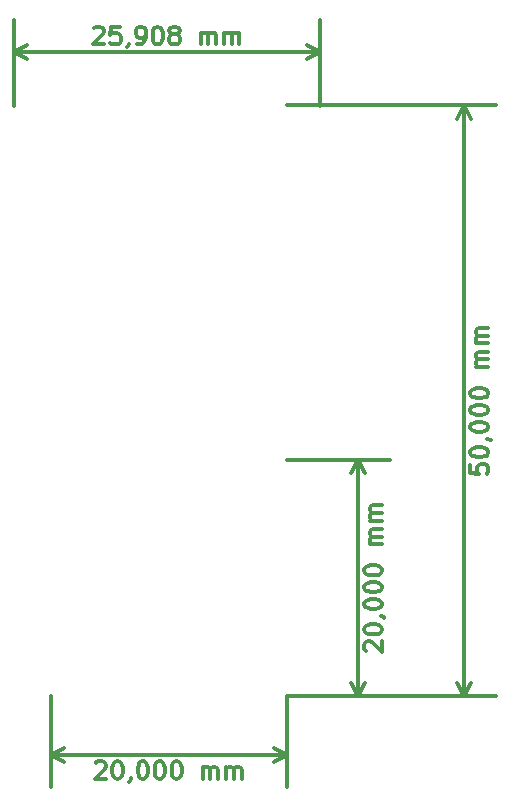
<source format=gbr>
%TF.GenerationSoftware,KiCad,Pcbnew,5.1.9+dfsg1-1+deb11u1*%
%TF.CreationDate,2025-07-24T09:20:50+02:00*%
%TF.ProjectId,ECI-Breakout,4543492d-4272-4656-916b-6f75742e6b69,1.1*%
%TF.SameCoordinates,Original*%
%TF.FileFunction,Other,User*%
%FSLAX46Y46*%
G04 Gerber Fmt 4.6, Leading zero omitted, Abs format (unit mm)*
G04 Created by KiCad (PCBNEW 5.1.9+dfsg1-1+deb11u1) date 2025-07-24 09:20:50*
%MOMM*%
%LPD*%
G01*
G04 APERTURE LIST*
%ADD10C,0.300000*%
G04 APERTURE END LIST*
D10*
X125611714Y-61471428D02*
X125683142Y-61400000D01*
X125826000Y-61328571D01*
X126183142Y-61328571D01*
X126326000Y-61400000D01*
X126397428Y-61471428D01*
X126468857Y-61614285D01*
X126468857Y-61757142D01*
X126397428Y-61971428D01*
X125540285Y-62828571D01*
X126468857Y-62828571D01*
X127826000Y-61328571D02*
X127111714Y-61328571D01*
X127040285Y-62042857D01*
X127111714Y-61971428D01*
X127254571Y-61900000D01*
X127611714Y-61900000D01*
X127754571Y-61971428D01*
X127826000Y-62042857D01*
X127897428Y-62185714D01*
X127897428Y-62542857D01*
X127826000Y-62685714D01*
X127754571Y-62757142D01*
X127611714Y-62828571D01*
X127254571Y-62828571D01*
X127111714Y-62757142D01*
X127040285Y-62685714D01*
X128611714Y-62757142D02*
X128611714Y-62828571D01*
X128540285Y-62971428D01*
X128468857Y-63042857D01*
X129326000Y-62828571D02*
X129611714Y-62828571D01*
X129754571Y-62757142D01*
X129826000Y-62685714D01*
X129968857Y-62471428D01*
X130040285Y-62185714D01*
X130040285Y-61614285D01*
X129968857Y-61471428D01*
X129897428Y-61400000D01*
X129754571Y-61328571D01*
X129468857Y-61328571D01*
X129326000Y-61400000D01*
X129254571Y-61471428D01*
X129183142Y-61614285D01*
X129183142Y-61971428D01*
X129254571Y-62114285D01*
X129326000Y-62185714D01*
X129468857Y-62257142D01*
X129754571Y-62257142D01*
X129897428Y-62185714D01*
X129968857Y-62114285D01*
X130040285Y-61971428D01*
X130968857Y-61328571D02*
X131111714Y-61328571D01*
X131254571Y-61400000D01*
X131326000Y-61471428D01*
X131397428Y-61614285D01*
X131468857Y-61900000D01*
X131468857Y-62257142D01*
X131397428Y-62542857D01*
X131326000Y-62685714D01*
X131254571Y-62757142D01*
X131111714Y-62828571D01*
X130968857Y-62828571D01*
X130826000Y-62757142D01*
X130754571Y-62685714D01*
X130683142Y-62542857D01*
X130611714Y-62257142D01*
X130611714Y-61900000D01*
X130683142Y-61614285D01*
X130754571Y-61471428D01*
X130826000Y-61400000D01*
X130968857Y-61328571D01*
X132326000Y-61971428D02*
X132183142Y-61900000D01*
X132111714Y-61828571D01*
X132040285Y-61685714D01*
X132040285Y-61614285D01*
X132111714Y-61471428D01*
X132183142Y-61400000D01*
X132326000Y-61328571D01*
X132611714Y-61328571D01*
X132754571Y-61400000D01*
X132826000Y-61471428D01*
X132897428Y-61614285D01*
X132897428Y-61685714D01*
X132826000Y-61828571D01*
X132754571Y-61900000D01*
X132611714Y-61971428D01*
X132326000Y-61971428D01*
X132183142Y-62042857D01*
X132111714Y-62114285D01*
X132040285Y-62257142D01*
X132040285Y-62542857D01*
X132111714Y-62685714D01*
X132183142Y-62757142D01*
X132326000Y-62828571D01*
X132611714Y-62828571D01*
X132754571Y-62757142D01*
X132826000Y-62685714D01*
X132897428Y-62542857D01*
X132897428Y-62257142D01*
X132826000Y-62114285D01*
X132754571Y-62042857D01*
X132611714Y-61971428D01*
X134683142Y-62828571D02*
X134683142Y-61828571D01*
X134683142Y-61971428D02*
X134754571Y-61900000D01*
X134897428Y-61828571D01*
X135111714Y-61828571D01*
X135254571Y-61900000D01*
X135326000Y-62042857D01*
X135326000Y-62828571D01*
X135326000Y-62042857D02*
X135397428Y-61900000D01*
X135540285Y-61828571D01*
X135754571Y-61828571D01*
X135897428Y-61900000D01*
X135968857Y-62042857D01*
X135968857Y-62828571D01*
X136683142Y-62828571D02*
X136683142Y-61828571D01*
X136683142Y-61971428D02*
X136754571Y-61900000D01*
X136897428Y-61828571D01*
X137111714Y-61828571D01*
X137254571Y-61900000D01*
X137326000Y-62042857D01*
X137326000Y-62828571D01*
X137326000Y-62042857D02*
X137397428Y-61900000D01*
X137540285Y-61828571D01*
X137754571Y-61828571D01*
X137897428Y-61900000D01*
X137968857Y-62042857D01*
X137968857Y-62828571D01*
X118872000Y-63500000D02*
X144780000Y-63500000D01*
X118872000Y-68072000D02*
X118872000Y-60800000D01*
X144780000Y-68072000D02*
X144780000Y-60800000D01*
X144780000Y-63500000D02*
X143653496Y-64086421D01*
X144780000Y-63500000D02*
X143653496Y-62913579D01*
X118872000Y-63500000D02*
X119998504Y-64086421D01*
X118872000Y-63500000D02*
X119998504Y-62913579D01*
X157528571Y-98428571D02*
X157528571Y-99142857D01*
X158242857Y-99214285D01*
X158171428Y-99142857D01*
X158100000Y-99000000D01*
X158100000Y-98642857D01*
X158171428Y-98500000D01*
X158242857Y-98428571D01*
X158385714Y-98357142D01*
X158742857Y-98357142D01*
X158885714Y-98428571D01*
X158957142Y-98500000D01*
X159028571Y-98642857D01*
X159028571Y-99000000D01*
X158957142Y-99142857D01*
X158885714Y-99214285D01*
X157528571Y-97428571D02*
X157528571Y-97285714D01*
X157600000Y-97142857D01*
X157671428Y-97071428D01*
X157814285Y-97000000D01*
X158100000Y-96928571D01*
X158457142Y-96928571D01*
X158742857Y-97000000D01*
X158885714Y-97071428D01*
X158957142Y-97142857D01*
X159028571Y-97285714D01*
X159028571Y-97428571D01*
X158957142Y-97571428D01*
X158885714Y-97642857D01*
X158742857Y-97714285D01*
X158457142Y-97785714D01*
X158100000Y-97785714D01*
X157814285Y-97714285D01*
X157671428Y-97642857D01*
X157600000Y-97571428D01*
X157528571Y-97428571D01*
X158957142Y-96214285D02*
X159028571Y-96214285D01*
X159171428Y-96285714D01*
X159242857Y-96357142D01*
X157528571Y-95285714D02*
X157528571Y-95142857D01*
X157600000Y-95000000D01*
X157671428Y-94928571D01*
X157814285Y-94857142D01*
X158100000Y-94785714D01*
X158457142Y-94785714D01*
X158742857Y-94857142D01*
X158885714Y-94928571D01*
X158957142Y-95000000D01*
X159028571Y-95142857D01*
X159028571Y-95285714D01*
X158957142Y-95428571D01*
X158885714Y-95500000D01*
X158742857Y-95571428D01*
X158457142Y-95642857D01*
X158100000Y-95642857D01*
X157814285Y-95571428D01*
X157671428Y-95500000D01*
X157600000Y-95428571D01*
X157528571Y-95285714D01*
X157528571Y-93857142D02*
X157528571Y-93714285D01*
X157600000Y-93571428D01*
X157671428Y-93500000D01*
X157814285Y-93428571D01*
X158100000Y-93357142D01*
X158457142Y-93357142D01*
X158742857Y-93428571D01*
X158885714Y-93500000D01*
X158957142Y-93571428D01*
X159028571Y-93714285D01*
X159028571Y-93857142D01*
X158957142Y-94000000D01*
X158885714Y-94071428D01*
X158742857Y-94142857D01*
X158457142Y-94214285D01*
X158100000Y-94214285D01*
X157814285Y-94142857D01*
X157671428Y-94071428D01*
X157600000Y-94000000D01*
X157528571Y-93857142D01*
X157528571Y-92428571D02*
X157528571Y-92285714D01*
X157600000Y-92142857D01*
X157671428Y-92071428D01*
X157814285Y-92000000D01*
X158100000Y-91928571D01*
X158457142Y-91928571D01*
X158742857Y-92000000D01*
X158885714Y-92071428D01*
X158957142Y-92142857D01*
X159028571Y-92285714D01*
X159028571Y-92428571D01*
X158957142Y-92571428D01*
X158885714Y-92642857D01*
X158742857Y-92714285D01*
X158457142Y-92785714D01*
X158100000Y-92785714D01*
X157814285Y-92714285D01*
X157671428Y-92642857D01*
X157600000Y-92571428D01*
X157528571Y-92428571D01*
X159028571Y-90142857D02*
X158028571Y-90142857D01*
X158171428Y-90142857D02*
X158100000Y-90071428D01*
X158028571Y-89928571D01*
X158028571Y-89714285D01*
X158100000Y-89571428D01*
X158242857Y-89500000D01*
X159028571Y-89500000D01*
X158242857Y-89500000D02*
X158100000Y-89428571D01*
X158028571Y-89285714D01*
X158028571Y-89071428D01*
X158100000Y-88928571D01*
X158242857Y-88857142D01*
X159028571Y-88857142D01*
X159028571Y-88142857D02*
X158028571Y-88142857D01*
X158171428Y-88142857D02*
X158100000Y-88071428D01*
X158028571Y-87928571D01*
X158028571Y-87714285D01*
X158100000Y-87571428D01*
X158242857Y-87500000D01*
X159028571Y-87500000D01*
X158242857Y-87500000D02*
X158100000Y-87428571D01*
X158028571Y-87285714D01*
X158028571Y-87071428D01*
X158100000Y-86928571D01*
X158242857Y-86857142D01*
X159028571Y-86857142D01*
X157000000Y-118000000D02*
X157000000Y-68000000D01*
X142000000Y-118000000D02*
X159700000Y-118000000D01*
X142000000Y-68000000D02*
X159700000Y-68000000D01*
X157000000Y-68000000D02*
X157586421Y-69126504D01*
X157000000Y-68000000D02*
X156413579Y-69126504D01*
X157000000Y-118000000D02*
X157586421Y-116873496D01*
X157000000Y-118000000D02*
X156413579Y-116873496D01*
X148671428Y-114214285D02*
X148600000Y-114142857D01*
X148528571Y-114000000D01*
X148528571Y-113642857D01*
X148600000Y-113500000D01*
X148671428Y-113428571D01*
X148814285Y-113357142D01*
X148957142Y-113357142D01*
X149171428Y-113428571D01*
X150028571Y-114285714D01*
X150028571Y-113357142D01*
X148528571Y-112428571D02*
X148528571Y-112285714D01*
X148600000Y-112142857D01*
X148671428Y-112071428D01*
X148814285Y-112000000D01*
X149100000Y-111928571D01*
X149457142Y-111928571D01*
X149742857Y-112000000D01*
X149885714Y-112071428D01*
X149957142Y-112142857D01*
X150028571Y-112285714D01*
X150028571Y-112428571D01*
X149957142Y-112571428D01*
X149885714Y-112642857D01*
X149742857Y-112714285D01*
X149457142Y-112785714D01*
X149100000Y-112785714D01*
X148814285Y-112714285D01*
X148671428Y-112642857D01*
X148600000Y-112571428D01*
X148528571Y-112428571D01*
X149957142Y-111214285D02*
X150028571Y-111214285D01*
X150171428Y-111285714D01*
X150242857Y-111357142D01*
X148528571Y-110285714D02*
X148528571Y-110142857D01*
X148600000Y-110000000D01*
X148671428Y-109928571D01*
X148814285Y-109857142D01*
X149100000Y-109785714D01*
X149457142Y-109785714D01*
X149742857Y-109857142D01*
X149885714Y-109928571D01*
X149957142Y-110000000D01*
X150028571Y-110142857D01*
X150028571Y-110285714D01*
X149957142Y-110428571D01*
X149885714Y-110500000D01*
X149742857Y-110571428D01*
X149457142Y-110642857D01*
X149100000Y-110642857D01*
X148814285Y-110571428D01*
X148671428Y-110500000D01*
X148600000Y-110428571D01*
X148528571Y-110285714D01*
X148528571Y-108857142D02*
X148528571Y-108714285D01*
X148600000Y-108571428D01*
X148671428Y-108500000D01*
X148814285Y-108428571D01*
X149100000Y-108357142D01*
X149457142Y-108357142D01*
X149742857Y-108428571D01*
X149885714Y-108500000D01*
X149957142Y-108571428D01*
X150028571Y-108714285D01*
X150028571Y-108857142D01*
X149957142Y-109000000D01*
X149885714Y-109071428D01*
X149742857Y-109142857D01*
X149457142Y-109214285D01*
X149100000Y-109214285D01*
X148814285Y-109142857D01*
X148671428Y-109071428D01*
X148600000Y-109000000D01*
X148528571Y-108857142D01*
X148528571Y-107428571D02*
X148528571Y-107285714D01*
X148600000Y-107142857D01*
X148671428Y-107071428D01*
X148814285Y-107000000D01*
X149100000Y-106928571D01*
X149457142Y-106928571D01*
X149742857Y-107000000D01*
X149885714Y-107071428D01*
X149957142Y-107142857D01*
X150028571Y-107285714D01*
X150028571Y-107428571D01*
X149957142Y-107571428D01*
X149885714Y-107642857D01*
X149742857Y-107714285D01*
X149457142Y-107785714D01*
X149100000Y-107785714D01*
X148814285Y-107714285D01*
X148671428Y-107642857D01*
X148600000Y-107571428D01*
X148528571Y-107428571D01*
X150028571Y-105142857D02*
X149028571Y-105142857D01*
X149171428Y-105142857D02*
X149100000Y-105071428D01*
X149028571Y-104928571D01*
X149028571Y-104714285D01*
X149100000Y-104571428D01*
X149242857Y-104500000D01*
X150028571Y-104500000D01*
X149242857Y-104500000D02*
X149100000Y-104428571D01*
X149028571Y-104285714D01*
X149028571Y-104071428D01*
X149100000Y-103928571D01*
X149242857Y-103857142D01*
X150028571Y-103857142D01*
X150028571Y-103142857D02*
X149028571Y-103142857D01*
X149171428Y-103142857D02*
X149100000Y-103071428D01*
X149028571Y-102928571D01*
X149028571Y-102714285D01*
X149100000Y-102571428D01*
X149242857Y-102500000D01*
X150028571Y-102500000D01*
X149242857Y-102500000D02*
X149100000Y-102428571D01*
X149028571Y-102285714D01*
X149028571Y-102071428D01*
X149100000Y-101928571D01*
X149242857Y-101857142D01*
X150028571Y-101857142D01*
X148000000Y-118000000D02*
X148000000Y-98000000D01*
X142000000Y-118000000D02*
X150700000Y-118000000D01*
X142000000Y-98000000D02*
X150700000Y-98000000D01*
X148000000Y-98000000D02*
X148586421Y-99126504D01*
X148000000Y-98000000D02*
X147413579Y-99126504D01*
X148000000Y-118000000D02*
X148586421Y-116873496D01*
X148000000Y-118000000D02*
X147413579Y-116873496D01*
X125785714Y-123671428D02*
X125857142Y-123600000D01*
X126000000Y-123528571D01*
X126357142Y-123528571D01*
X126500000Y-123600000D01*
X126571428Y-123671428D01*
X126642857Y-123814285D01*
X126642857Y-123957142D01*
X126571428Y-124171428D01*
X125714285Y-125028571D01*
X126642857Y-125028571D01*
X127571428Y-123528571D02*
X127714285Y-123528571D01*
X127857142Y-123600000D01*
X127928571Y-123671428D01*
X128000000Y-123814285D01*
X128071428Y-124100000D01*
X128071428Y-124457142D01*
X128000000Y-124742857D01*
X127928571Y-124885714D01*
X127857142Y-124957142D01*
X127714285Y-125028571D01*
X127571428Y-125028571D01*
X127428571Y-124957142D01*
X127357142Y-124885714D01*
X127285714Y-124742857D01*
X127214285Y-124457142D01*
X127214285Y-124100000D01*
X127285714Y-123814285D01*
X127357142Y-123671428D01*
X127428571Y-123600000D01*
X127571428Y-123528571D01*
X128785714Y-124957142D02*
X128785714Y-125028571D01*
X128714285Y-125171428D01*
X128642857Y-125242857D01*
X129714285Y-123528571D02*
X129857142Y-123528571D01*
X130000000Y-123600000D01*
X130071428Y-123671428D01*
X130142857Y-123814285D01*
X130214285Y-124100000D01*
X130214285Y-124457142D01*
X130142857Y-124742857D01*
X130071428Y-124885714D01*
X130000000Y-124957142D01*
X129857142Y-125028571D01*
X129714285Y-125028571D01*
X129571428Y-124957142D01*
X129500000Y-124885714D01*
X129428571Y-124742857D01*
X129357142Y-124457142D01*
X129357142Y-124100000D01*
X129428571Y-123814285D01*
X129500000Y-123671428D01*
X129571428Y-123600000D01*
X129714285Y-123528571D01*
X131142857Y-123528571D02*
X131285714Y-123528571D01*
X131428571Y-123600000D01*
X131500000Y-123671428D01*
X131571428Y-123814285D01*
X131642857Y-124100000D01*
X131642857Y-124457142D01*
X131571428Y-124742857D01*
X131500000Y-124885714D01*
X131428571Y-124957142D01*
X131285714Y-125028571D01*
X131142857Y-125028571D01*
X131000000Y-124957142D01*
X130928571Y-124885714D01*
X130857142Y-124742857D01*
X130785714Y-124457142D01*
X130785714Y-124100000D01*
X130857142Y-123814285D01*
X130928571Y-123671428D01*
X131000000Y-123600000D01*
X131142857Y-123528571D01*
X132571428Y-123528571D02*
X132714285Y-123528571D01*
X132857142Y-123600000D01*
X132928571Y-123671428D01*
X133000000Y-123814285D01*
X133071428Y-124100000D01*
X133071428Y-124457142D01*
X133000000Y-124742857D01*
X132928571Y-124885714D01*
X132857142Y-124957142D01*
X132714285Y-125028571D01*
X132571428Y-125028571D01*
X132428571Y-124957142D01*
X132357142Y-124885714D01*
X132285714Y-124742857D01*
X132214285Y-124457142D01*
X132214285Y-124100000D01*
X132285714Y-123814285D01*
X132357142Y-123671428D01*
X132428571Y-123600000D01*
X132571428Y-123528571D01*
X134857142Y-125028571D02*
X134857142Y-124028571D01*
X134857142Y-124171428D02*
X134928571Y-124100000D01*
X135071428Y-124028571D01*
X135285714Y-124028571D01*
X135428571Y-124100000D01*
X135500000Y-124242857D01*
X135500000Y-125028571D01*
X135500000Y-124242857D02*
X135571428Y-124100000D01*
X135714285Y-124028571D01*
X135928571Y-124028571D01*
X136071428Y-124100000D01*
X136142857Y-124242857D01*
X136142857Y-125028571D01*
X136857142Y-125028571D02*
X136857142Y-124028571D01*
X136857142Y-124171428D02*
X136928571Y-124100000D01*
X137071428Y-124028571D01*
X137285714Y-124028571D01*
X137428571Y-124100000D01*
X137500000Y-124242857D01*
X137500000Y-125028571D01*
X137500000Y-124242857D02*
X137571428Y-124100000D01*
X137714285Y-124028571D01*
X137928571Y-124028571D01*
X138071428Y-124100000D01*
X138142857Y-124242857D01*
X138142857Y-125028571D01*
X122000000Y-123000000D02*
X142000000Y-123000000D01*
X122000000Y-118000000D02*
X122000000Y-125700000D01*
X142000000Y-118000000D02*
X142000000Y-125700000D01*
X142000000Y-123000000D02*
X140873496Y-123586421D01*
X142000000Y-123000000D02*
X140873496Y-122413579D01*
X122000000Y-123000000D02*
X123126504Y-123586421D01*
X122000000Y-123000000D02*
X123126504Y-122413579D01*
M02*

</source>
